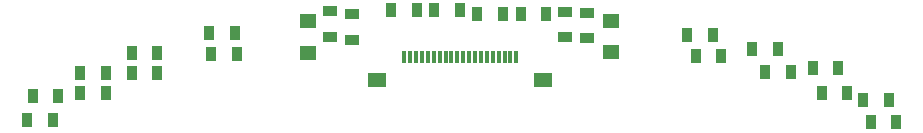
<source format=gtp>
G04*
G04 #@! TF.GenerationSoftware,Altium Limited,Altium Designer,21.3.2 (30)*
G04*
G04 Layer_Color=8421504*
%FSLAX43Y43*%
%MOMM*%
G71*
G04*
G04 #@! TF.SameCoordinates,7B8A77F7-BE70-4231-B636-A4ED740270BE*
G04*
G04*
G04 #@! TF.FilePolarity,Positive*
G04*
G01*
G75*
%ADD13R,0.889X1.270*%
%ADD14R,1.270X0.889*%
%ADD15R,0.300X1.000*%
%ADD16R,1.650X1.300*%
%ADD17R,1.321X1.143*%
D13*
X71155Y-2300D02*
D03*
X68996D02*
D03*
X43536Y4400D02*
D03*
X45695D02*
D03*
X66396Y-500D02*
D03*
X64237D02*
D03*
X6236Y-2300D02*
D03*
X8396D02*
D03*
X3895Y-4600D02*
D03*
X1737D02*
D03*
X2204Y-2600D02*
D03*
X4364D02*
D03*
X73136Y-4800D02*
D03*
X75296D02*
D03*
X72536Y-2900D02*
D03*
X74696D02*
D03*
X59796Y2600D02*
D03*
X57637D02*
D03*
X39836Y4400D02*
D03*
X41995D02*
D03*
X8363Y-600D02*
D03*
X6205D02*
D03*
X68237Y-200D02*
D03*
X70396D02*
D03*
X63137Y1400D02*
D03*
X65296D02*
D03*
X58336Y800D02*
D03*
X60495D02*
D03*
X12764Y1100D02*
D03*
X10604D02*
D03*
X19496Y1000D02*
D03*
X17337D02*
D03*
X12764Y-600D02*
D03*
X10604D02*
D03*
X36204Y4700D02*
D03*
X38363D02*
D03*
X32536D02*
D03*
X34695D02*
D03*
X19295Y2800D02*
D03*
X17136D02*
D03*
D14*
X47300Y4563D02*
D03*
Y2405D02*
D03*
X49100Y4496D02*
D03*
Y2336D02*
D03*
X29200Y2204D02*
D03*
Y4364D02*
D03*
X27400Y4595D02*
D03*
Y2437D02*
D03*
D15*
X43150Y700D02*
D03*
X42650D02*
D03*
X42150D02*
D03*
X39650D02*
D03*
X39150D02*
D03*
X37650D02*
D03*
X37150D02*
D03*
X33650D02*
D03*
X34150D02*
D03*
X34650D02*
D03*
X35150D02*
D03*
X35650D02*
D03*
X36150D02*
D03*
X36650D02*
D03*
X38150D02*
D03*
X38650D02*
D03*
X40150D02*
D03*
X40650D02*
D03*
X41150D02*
D03*
X41650D02*
D03*
D16*
X31375Y-1200D02*
D03*
X45425D02*
D03*
D17*
X51200Y3800D02*
D03*
Y1133D02*
D03*
X25500Y1100D02*
D03*
Y3767D02*
D03*
M02*

</source>
